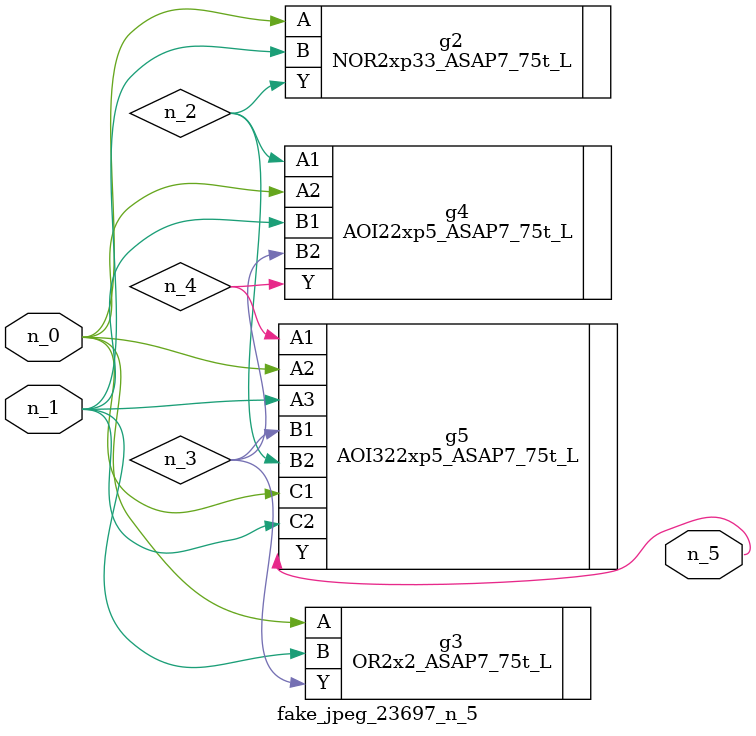
<source format=v>
module fake_jpeg_23697_n_5 (n_0, n_1, n_5);

input n_0;
input n_1;

output n_5;

wire n_3;
wire n_2;
wire n_4;

NOR2xp33_ASAP7_75t_L g2 ( 
.A(n_0),
.B(n_1),
.Y(n_2)
);

OR2x2_ASAP7_75t_L g3 ( 
.A(n_0),
.B(n_1),
.Y(n_3)
);

AOI22xp5_ASAP7_75t_L g4 ( 
.A1(n_2),
.A2(n_0),
.B1(n_1),
.B2(n_3),
.Y(n_4)
);

AOI322xp5_ASAP7_75t_L g5 ( 
.A1(n_4),
.A2(n_0),
.A3(n_1),
.B1(n_3),
.B2(n_2),
.C1(n_0),
.C2(n_1),
.Y(n_5)
);


endmodule
</source>
